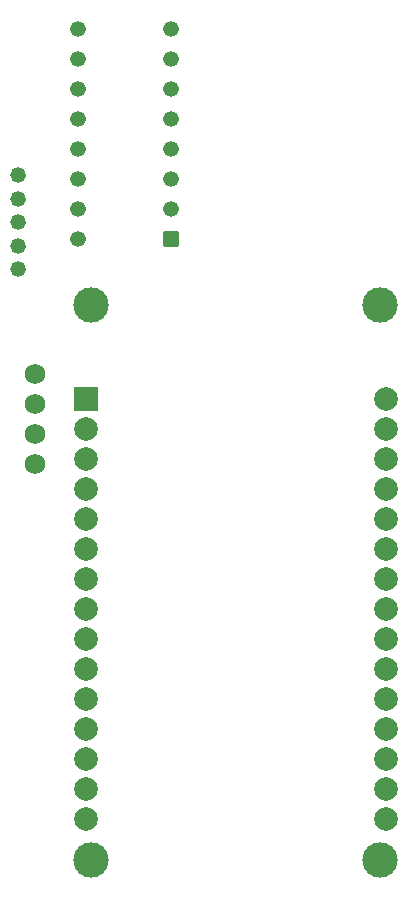
<source format=gbr>
%TF.GenerationSoftware,KiCad,Pcbnew,7.0.9*%
%TF.CreationDate,2023-11-29T15:21:19-05:00*%
%TF.ProjectId,Foodinator,466f6f64-696e-4617-946f-722e6b696361,rev?*%
%TF.SameCoordinates,Original*%
%TF.FileFunction,Soldermask,Top*%
%TF.FilePolarity,Negative*%
%FSLAX46Y46*%
G04 Gerber Fmt 4.6, Leading zero omitted, Abs format (unit mm)*
G04 Created by KiCad (PCBNEW 7.0.9) date 2023-11-29 15:21:19*
%MOMM*%
%LPD*%
G01*
G04 APERTURE LIST*
G04 Aperture macros list*
%AMRoundRect*
0 Rectangle with rounded corners*
0 $1 Rounding radius*
0 $2 $3 $4 $5 $6 $7 $8 $9 X,Y pos of 4 corners*
0 Add a 4 corners polygon primitive as box body*
4,1,4,$2,$3,$4,$5,$6,$7,$8,$9,$2,$3,0*
0 Add four circle primitives for the rounded corners*
1,1,$1+$1,$2,$3*
1,1,$1+$1,$4,$5*
1,1,$1+$1,$6,$7*
1,1,$1+$1,$8,$9*
0 Add four rect primitives between the rounded corners*
20,1,$1+$1,$2,$3,$4,$5,0*
20,1,$1+$1,$4,$5,$6,$7,0*
20,1,$1+$1,$6,$7,$8,$9,0*
20,1,$1+$1,$8,$9,$2,$3,0*%
G04 Aperture macros list end*
%ADD10R,2.000000X2.000000*%
%ADD11C,2.000000*%
%ADD12C,3.000000*%
%ADD13C,1.320800*%
%ADD14C,1.734000*%
%ADD15RoundRect,0.102000X0.565000X0.565000X-0.565000X0.565000X-0.565000X-0.565000X0.565000X-0.565000X0*%
%ADD16C,1.334000*%
G04 APERTURE END LIST*
D10*
%TO.C,U1*%
X99755000Y-89745000D03*
D11*
X99755000Y-92285000D03*
X99755000Y-94825000D03*
X99755000Y-97365000D03*
X99755000Y-99905000D03*
X99755000Y-102445000D03*
X99755000Y-104985000D03*
X99755000Y-107525000D03*
X99755000Y-110065000D03*
X99755000Y-112605000D03*
X99755000Y-115145000D03*
X99755000Y-117685000D03*
X99755000Y-120225000D03*
X99755000Y-122765000D03*
X99755000Y-125305000D03*
X125155000Y-125305000D03*
X125155000Y-122765000D03*
X125155000Y-120225000D03*
X125155000Y-117685000D03*
X125155000Y-115145000D03*
X125155000Y-112605000D03*
X125155000Y-110065000D03*
X125155000Y-107525000D03*
X125155000Y-104985000D03*
X125155000Y-102445000D03*
X125155000Y-99905000D03*
X125155000Y-97365000D03*
X125155000Y-94825000D03*
X125155000Y-92285000D03*
X125155000Y-89745000D03*
D12*
X100175000Y-81785000D03*
X100175000Y-128735000D03*
X124685000Y-81785000D03*
X124685000Y-128735000D03*
%TD*%
D13*
%TO.C,JP2*%
X93980000Y-78740000D03*
X93980000Y-76738480D03*
X93980000Y-74742040D03*
X93980000Y-72740520D03*
X93980000Y-70741540D03*
%TD*%
D14*
%TO.C,U3*%
X95485000Y-87630000D03*
X95485000Y-90170000D03*
X95485000Y-92710000D03*
X95485000Y-95250000D03*
%TD*%
D15*
%TO.C,U2*%
X107000000Y-76200000D03*
D16*
X107000000Y-73660000D03*
X107000000Y-71120000D03*
X107000000Y-68580000D03*
X107000000Y-66040000D03*
X107000000Y-63500000D03*
X107000000Y-60960000D03*
X107000000Y-58420000D03*
X99060000Y-58420000D03*
X99060000Y-60960000D03*
X99060000Y-63500000D03*
X99060000Y-66040000D03*
X99060000Y-68580000D03*
X99060000Y-71120000D03*
X99060000Y-73660000D03*
X99060000Y-76200000D03*
%TD*%
M02*

</source>
